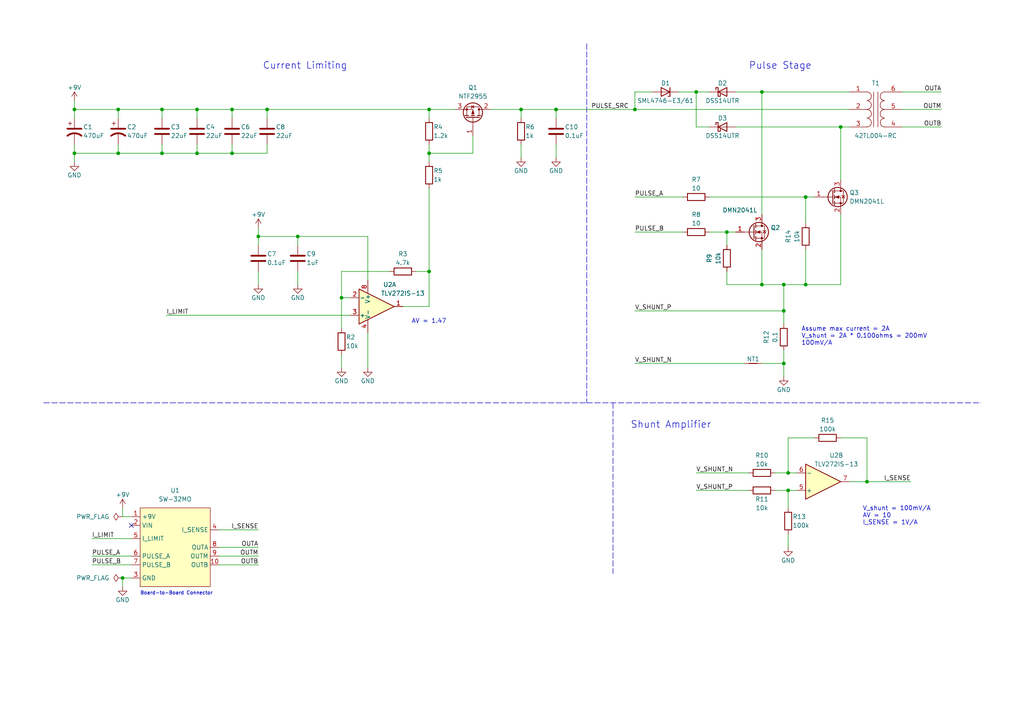
<source format=kicad_sch>
(kicad_sch (version 20211123) (generator eeschema)
  (paper "A4")
  (title_block (title "SW-32MO10") (date "2022-02-02") (rev "1") (company "saawsm") (comment 4 "A single channel e-stim module driver board for the SW-3240"))
  (lib_symbols
    (symbol "Amplifier_Operational:LMC6482" (pin_names (offset 0.127))
      (property "Reference" "U" (at 0 5.08 0))
      (property "Value" "LMC6482" (at 0 -5.08 0))
      (symbol "LMC6482_1_1"
        (polyline (pts (xy -5.08 5.08) (xy 5.08 0) (xy -5.08 -5.08) (xy -5.08 5.08)) (stroke (width 0.254)) (fill (type background)))
        (pin output line (at 7.62 0 180) (length 2.54) (name "~") (number "1"))
        (pin input line (at -7.62 -2.54 0) (length 2.54) (name "-") (number "2"))
        (pin input line (at -7.62 2.54 0) (length 2.54) (name "+") (number "3"))
      )
      (symbol "LMC6482_2_1"
        (polyline (pts (xy -5.08 5.08) (xy 5.08 0) (xy -5.08 -5.08) (xy -5.08 5.08)) (stroke (width 0.254)) (fill (type background)))
        (pin input line (at -7.62 2.54 0) (length 2.54) (name "+") (number "5"))
        (pin input line (at -7.62 -2.54 0) (length 2.54) (name "-") (number "6"))
        (pin output line (at 7.62 0 180) (length 2.54) (name "~") (number "7"))
      )
      (symbol "LMC6482_3_1"
        (pin power_in line (at -2.54 -7.62 90) (length 3.81) (name "V-") (number "4"))
        (pin power_in line (at -2.54 7.62 270) (length 3.81) (name "V+") (number "8"))
      )
    )
    (symbol "Device:C" (pin_numbers hide) (pin_names (offset 0.254))
      (property "Reference" "C" (at 0.635 2.54 0))
      (property "Value" "C" (at 0.635 -2.54 0))
      (symbol "C_0_1"
        (polyline (pts (xy -2.032 -0.762) (xy 2.032 -0.762)) (stroke (width 0.508)))
        (polyline (pts (xy -2.032 0.762) (xy 2.032 0.762)) (stroke (width 0.508)))
      )
      (symbol "C_1_1"
        (pin passive line (at 0 3.81 270) (length 2.794) (name "~") (number "1"))
        (pin passive line (at 0 -3.81 90) (length 2.794) (name "~") (number "2"))
      )
    )
    (symbol "Device:C_Polarized_US" (pin_numbers hide) (pin_names (offset 0.254) hide)
      (property "Reference" "C" (at 0.635 2.54 0))
      (property "Value" "C_Polarized_US" (at 0.635 -2.54 0))
      (symbol "C_Polarized_US_0_1"
        (polyline (pts (xy -2.032 0.762) (xy 2.032 0.762)) (stroke (width 0.508)))
        (polyline (pts (xy -1.778 2.286) (xy -0.762 2.286)))
        (polyline (pts (xy -1.27 1.778) (xy -1.27 2.794)))
        (arc (start 2.032 -1.27) (mid 0 -0.5572) (end -2.032 -1.27) (stroke (width 0.508)))
      )
      (symbol "C_Polarized_US_1_1"
        (pin passive line (at 0 3.81 270) (length 2.794) (name "~") (number "1"))
        (pin passive line (at 0 -3.81 90) (length 3.302) (name "~") (number "2"))
      )
    )
    (symbol "Device:D_Schottky" (pin_numbers hide) (pin_names (offset 1.016) hide)
      (property "Reference" "D" (at 0 2.54 0))
      (property "Value" "D_Schottky" (at 0 -2.54 0))
      (symbol "D_Schottky_0_1"
        (polyline (pts (xy 1.27 0) (xy -1.27 0)))
        (polyline (pts (xy 1.27 1.27) (xy 1.27 -1.27) (xy -1.27 0) (xy 1.27 1.27)) (stroke (width 0.254)))
        (polyline (pts (xy -1.905 0.635) (xy -1.905 1.27) (xy -1.27 1.27) (xy -1.27 -1.27) (xy -0.635 -1.27) (xy -0.635 -0.635)) (stroke (width 0.254)))
      )
      (symbol "D_Schottky_1_1"
        (pin passive line (at -3.81 0 0) (length 2.54) (name "K") (number "1"))
        (pin passive line (at 3.81 0 180) (length 2.54) (name "A") (number "2"))
      )
    )
    (symbol "Device:D_Zener" (pin_numbers hide) (pin_names (offset 1.016) hide)
      (property "Reference" "D" (at 0 2.54 0))
      (property "Value" "D_Zener" (at 0 -2.54 0))
      (symbol "D_Zener_0_1"
        (polyline (pts (xy 1.27 0) (xy -1.27 0)))
        (polyline (pts (xy -1.27 -1.27) (xy -1.27 1.27) (xy -0.762 1.27)) (stroke (width 0.254)))
        (polyline (pts (xy 1.27 -1.27) (xy 1.27 1.27) (xy -1.27 0) (xy 1.27 -1.27)) (stroke (width 0.254)))
      )
      (symbol "D_Zener_1_1"
        (pin passive line (at -3.81 0 0) (length 2.54) (name "K") (number "1"))
        (pin passive line (at 3.81 0 180) (length 2.54) (name "A") (number "2"))
      )
    )
    (symbol "Device:NetTie_2" (pin_numbers hide) (pin_names (offset 0) hide)
      (property "Reference" "NT" (at 0 1.27 0))
      (property "Value" "NetTie_2" (at 0 -1.27 0))
      (symbol "NetTie_2_0_1"
        (polyline (pts (xy -1.27 0) (xy 1.27 0)) (stroke (width 0.254)))
      )
      (symbol "NetTie_2_1_1"
        (pin passive line (at -2.54 0 0) (length 2.54) (name "1") (number "1"))
        (pin passive line (at 2.54 0 180) (length 2.54) (name "2") (number "2"))
      )
    )
    (symbol "Device:Q_PMOS_GDS" (pin_names (offset 0) hide)
      (property "Reference" "Q" (at 5.08 1.27 0))
      (property "Value" "Q_PMOS_GDS" (at 5.08 -1.27 0))
      (symbol "Q_PMOS_GDS_0_1"
        (polyline (pts (xy 0.254 0) (xy -2.54 0)))
        (polyline (pts (xy 0.254 1.905) (xy 0.254 -1.905)) (stroke (width 0.254)))
        (polyline (pts (xy 0.762 -1.27) (xy 0.762 -2.286)) (stroke (width 0.254)))
        (polyline (pts (xy 0.762 0.508) (xy 0.762 -0.508)) (stroke (width 0.254)))
        (polyline (pts (xy 0.762 2.286) (xy 0.762 1.27)) (stroke (width 0.254)))
        (polyline (pts (xy 2.54 2.54) (xy 2.54 1.778)))
        (polyline (pts (xy 2.54 -2.54) (xy 2.54 0) (xy 0.762 0)))
        (polyline (pts (xy 0.762 1.778) (xy 3.302 1.778) (xy 3.302 -1.778) (xy 0.762 -1.778)))
        (polyline (pts (xy 2.286 0) (xy 1.27 0.381) (xy 1.27 -0.381) (xy 2.286 0)) (fill (type outline)))
        (polyline (pts (xy 2.794 -0.508) (xy 2.921 -0.381) (xy 3.683 -0.381) (xy 3.81 -0.254)))
        (polyline (pts (xy 3.302 -0.381) (xy 2.921 0.254) (xy 3.683 0.254) (xy 3.302 -0.381)))
        (circle (center 1.651 0) (radius 2.794) (stroke (width 0.254)))
        (circle (center 2.54 -1.778) (radius 0.254) (fill (type outline)))
        (circle (center 2.54 1.778) (radius 0.254) (fill (type outline)))
      )
      (symbol "Q_PMOS_GDS_1_1"
        (pin input line (at -5.08 0 0) (length 2.54) (name "G") (number "1"))
        (pin passive line (at 2.54 5.08 270) (length 2.54) (name "D") (number "2"))
        (pin passive line (at 2.54 -5.08 90) (length 2.54) (name "S") (number "3"))
      )
    )
    (symbol "Device:R" (pin_numbers hide) (pin_names (offset 0))
      (property "Reference" "R" (at 2.032 0 90))
      (property "Value" "R" (at 0 0 90))
      (symbol "R_0_1"
        (rectangle (start -1.016 -2.54) (end 1.016 2.54) (stroke (width 0.254)))
      )
      (symbol "R_1_1"
        (pin passive line (at 0 3.81 270) (length 1.27) (name "~") (number "1"))
        (pin passive line (at 0 -3.81 90) (length 1.27) (name "~") (number "2"))
      )
    )
    (symbol "SaawLib:SW-32MO"
      (property "Reference" "U" (at 0 11.43 0))
      (property "Value" "SW-32MO" (at 0 -13.97 0))
      (symbol "SW-32MO_0_1"
        (rectangle (start -10.16 10.16) (end 10.16 -12.7) (fill (type background)))
      )
      (symbol "SW-32MO_1_1"
        (pin power_in line (at -12.7 7.62 0) (length 2.54) (name "+9V") (number "1"))
        (pin power_out line (at 12.7 -6.35 180) (length 2.54) (name "OUTB") (number "10"))
        (pin power_in line (at -12.7 5.08 0) (length 2.54) (name "VIN") (number "2"))
        (pin power_in line (at -12.7 -10.16 0) (length 2.54) (name "GND") (number "3"))
        (pin bidirectional line (at 12.7 3.81 180) (length 2.54) (name "I_SENSE") (number "4"))
        (pin input line (at -12.7 1.27 0) (length 2.54) (name "I_LIMIT") (number "5"))
        (pin input line (at -12.7 -3.81 0) (length 2.54) (name "PULSE_A") (number "6"))
        (pin input line (at -12.7 -6.35 0) (length 2.54) (name "PULSE_B") (number "7"))
        (pin power_out line (at 12.7 -1.27 180) (length 2.54) (name "OUTA") (number "8"))
        (pin power_out line (at 12.7 -3.81 180) (length 2.54) (name "OUTM") (number "9"))
      )
    )
    (symbol "SaawLib:Transformer_SP_SS" (pin_names hide)
      (property "Reference" "T" (at 0 10.16 0))
      (property "Value" "Transformer_SP_SS" (at 0 7.62 0))
      (symbol "Transformer_SP_SS_0_1"
        (arc (start -2.54 -5.0546) (mid -1.6561 -4.6863) (end -1.27 -3.81))
        (arc (start -2.54 -2.5146) (mid -1.6561 -2.1463) (end -1.27 -1.27))
        (arc (start -2.54 0.0254) (mid -1.6561 0.3937) (end -1.27 1.27))
        (arc (start -2.54 2.5654) (mid -1.6561 2.9337) (end -1.27 3.81))
        (arc (start -1.27 -3.81) (mid -1.642 -2.912) (end -2.54 -2.54))
        (arc (start -1.27 -1.27) (mid -1.642 -0.372) (end -2.54 0))
        (arc (start -1.27 1.27) (mid -1.642 2.168) (end -2.54 2.54))
        (arc (start -1.27 3.81) (mid -1.642 4.708) (end -2.54 5.08))
        (polyline (pts (xy -0.635 5.08) (xy -0.635 -5.08)))
        (polyline (pts (xy 0.635 -5.08) (xy 0.635 5.08)))
        (arc (start 1.2954 -1.27) (mid 1.6599 -2.1501) (end 2.54 -2.5146))
        (arc (start 1.2954 1.27) (mid 1.6599 0.3899) (end 2.54 0.0254))
        (arc (start 1.2954 3.81) (mid 1.6599 2.9299) (end 2.54 2.5654))
        (arc (start 1.3208 -3.81) (mid 1.6853 -4.6901) (end 2.5654 -5.0546))
        (arc (start 2.54 0) (mid 1.6456 -0.3683) (end 1.2954 -1.27))
        (arc (start 2.54 2.54) (mid 1.6456 2.1717) (end 1.2954 1.27))
        (arc (start 2.54 5.08) (mid 1.6456 4.7117) (end 1.2954 3.81))
        (arc (start 2.5654 -2.54) (mid 1.671 -2.9083) (end 1.3208 -3.81))
      )
      (symbol "Transformer_SP_SS_1_1"
        (pin passive line (at -7.62 5.08 0) (length 5.08) (name "PR1") (number "1"))
        (pin passive line (at -7.62 0 0) (length 5.08) (name "PM") (number "2"))
        (pin passive line (at -7.62 -5.08 0) (length 5.08) (name "PR2") (number "3"))
        (pin passive line (at 7.62 -5.08 180) (length 5.08) (name "S1") (number "4"))
        (pin passive line (at 7.62 0 180) (length 5.08) (name "SM") (number "5"))
        (pin passive line (at 7.62 5.08 180) (length 5.08) (name "S2") (number "6"))
      )
    )
    (symbol "Transistor_FET:DMN2041L" (pin_names hide)
      (property "Reference" "Q" (at 5.08 1.905 0))
      (property "Value" "DMN2041L" (at 5.08 0 0))
      (symbol "DMN2041L_0_1"
        (polyline (pts (xy 0.254 0) (xy -2.54 0)))
        (polyline (pts (xy 0.254 1.905) (xy 0.254 -1.905)) (stroke (width 0.254)))
        (polyline (pts (xy 0.762 -1.27) (xy 0.762 -2.286)) (stroke (width 0.254)))
        (polyline (pts (xy 0.762 0.508) (xy 0.762 -0.508)) (stroke (width 0.254)))
        (polyline (pts (xy 0.762 2.286) (xy 0.762 1.27)) (stroke (width 0.254)))
        (polyline (pts (xy 2.54 2.54) (xy 2.54 1.778)))
        (polyline (pts (xy 2.54 -2.54) (xy 2.54 0) (xy 0.762 0)))
        (polyline (pts (xy 0.762 -1.778) (xy 3.302 -1.778) (xy 3.302 1.778) (xy 0.762 1.778)))
        (polyline (pts (xy 1.016 0) (xy 2.032 0.381) (xy 2.032 -0.381) (xy 1.016 0)) (fill (type outline)))
        (polyline (pts (xy 2.794 0.508) (xy 2.921 0.381) (xy 3.683 0.381) (xy 3.81 0.254)))
        (polyline (pts (xy 3.302 0.381) (xy 2.921 -0.254) (xy 3.683 -0.254) (xy 3.302 0.381)))
        (circle (center 1.651 0) (radius 2.794) (stroke (width 0.254)))
        (circle (center 2.54 -1.778) (radius 0.254) (fill (type outline)))
        (circle (center 2.54 1.778) (radius 0.254) (fill (type outline)))
      )
      (symbol "DMN2041L_1_1"
        (pin input line (at -5.08 0 0) (length 2.54) (name "G") (number "1"))
        (pin passive line (at 2.54 -5.08 90) (length 2.54) (name "S") (number "2"))
        (pin passive line (at 2.54 5.08 270) (length 2.54) (name "D") (number "3"))
      )
    )
    (symbol "power:+9V" (power) (pin_names (offset 0))
      (property "Value" "+9V" (at 0 3.556 0))
      (symbol "+9V_0_1"
        (polyline (pts (xy -0.762 1.27) (xy 0 2.54)))
        (polyline (pts (xy 0 0) (xy 0 2.54)))
        (polyline (pts (xy 0 2.54) (xy 0.762 1.27)))
      )
      (symbol "+9V_1_1"
        (pin power_in line (at 0 0 90) (length 0) hide (name "+9V") (number "1"))
      )
    )
    (symbol "power:GND" (power) (pin_names (offset 0))
      (property "Value" "GND" (at 0 -3.81 0))
      (symbol "GND_0_1"
        (polyline (pts (xy 0 0) (xy 0 -1.27) (xy 1.27 -1.27) (xy 0 -2.54) (xy -1.27 -1.27) (xy 0 -1.27)))
      )
      (symbol "GND_1_1"
        (pin power_in line (at 0 0 270) (length 0) hide (name "GND") (number "1"))
      )
    )
    (symbol "power:PWR_FLAG" (power) (pin_numbers hide) (pin_names (offset 0) hide)
      (property "Value" "PWR_FLAG" (at 0 3.81 0))
      (symbol "PWR_FLAG_0_0"
        (pin power_out line (at 0 0 90) (length 0) (name "pwr") (number "1"))
      )
      (symbol "PWR_FLAG_0_1"
        (polyline (pts (xy 0 0) (xy 0 1.27) (xy -1.016 1.905) (xy 0 2.54) (xy 1.016 1.905) (xy 0 1.27)))
      )
    )
  )
  (junction (at 86.36 68.58))
  (junction (at 46.99 44.45))
  (junction (at 227.33 105.41))
  (junction (at 124.46 44.45))
  (junction (at 46.99 31.75))
  (junction (at 77.47 31.75))
  (junction (at 228.6 137.16))
  (junction (at 57.15 31.75))
  (junction (at 251.46 139.7))
  (junction (at 184.15 31.75))
  (junction (at 124.46 78.74))
  (junction (at 21.59 44.45))
  (junction (at 243.84 36.83))
  (junction (at 124.46 31.75))
  (junction (at 21.59 31.75))
  (junction (at 67.31 44.45))
  (junction (at 220.98 82.55))
  (junction (at 233.68 57.15))
  (junction (at 57.15 44.45))
  (junction (at 201.93 26.67))
  (junction (at 34.29 31.75))
  (junction (at 67.31 31.75))
  (junction (at 161.29 31.75))
  (junction (at 151.13 31.75))
  (junction (at 227.33 82.55))
  (junction (at 228.6 142.24))
  (junction (at 227.33 90.17))
  (junction (at 35.56 167.64))
  (junction (at 210.82 67.31))
  (junction (at 220.98 26.67))
  (junction (at 74.93 68.58))
  (junction (at 233.68 82.55))
  (junction (at 99.06 86.36))
  (junction (at 34.29 44.45))
  (no_connect (at 38.1 152.4))
  (wire (pts (xy 67.31 31.75) (xy 67.31 34.29)))
  (wire (pts (xy 86.36 68.58) (xy 106.68 68.58)))
  (wire (pts (xy 34.29 44.45) (xy 46.99 44.45)))
  (wire (pts (xy 273.05 36.83) (xy 261.62 36.83)))
  (wire (pts (xy 227.33 101.6) (xy 227.33 105.41)))
  (wire (pts (xy 38.1 149.86) (xy 35.56 149.86)))
  (wire (pts (xy 74.93 78.74) (xy 74.93 82.55)))
  (wire (pts (xy 246.38 139.7) (xy 251.46 139.7)))
  (wire (pts (xy 86.36 71.12) (xy 86.36 68.58)))
  (wire (pts (xy 67.31 41.91) (xy 67.31 44.45)))
  (wire (pts (xy 74.93 163.83) (xy 63.5 163.83)))
  (wire (pts (xy 34.29 31.75) (xy 34.29 34.29)))
  (wire (pts (xy 57.15 31.75) (xy 67.31 31.75)))
  (wire (pts (xy 233.68 57.15) (xy 233.68 64.77)))
  (wire (pts (xy 220.98 26.67) (xy 246.38 26.67)))
  (wire (pts (xy 210.82 67.31) (xy 213.36 67.31)))
  (wire (pts (xy 74.93 68.58) (xy 74.93 71.12)))
  (wire (pts (xy 189.23 26.67) (xy 184.15 26.67)))
  (wire (pts (xy 228.6 137.16) (xy 231.14 137.16)))
  (wire (pts (xy 74.93 158.75) (xy 63.5 158.75)))
  (wire (pts (xy 184.15 26.67) (xy 184.15 31.75)))
  (wire (pts (xy 21.59 31.75) (xy 34.29 31.75)))
  (wire (pts (xy 124.46 54.61) (xy 124.46 78.74)))
  (wire (pts (xy 224.79 142.24) (xy 228.6 142.24)))
  (wire (pts (xy 21.59 29.21) (xy 21.59 31.75)))
  (wire (pts (xy 124.46 78.74) (xy 124.46 88.9)))
  (wire (pts (xy 161.29 41.91) (xy 161.29 45.72)))
  (wire (pts (xy 77.47 41.91) (xy 77.47 44.45)))
  (wire (pts (xy 243.84 62.23) (xy 243.84 82.55)))
  (wire (pts (xy 34.29 41.91) (xy 34.29 44.45)))
  (wire (pts (xy 151.13 31.75) (xy 161.29 31.75)))
  (wire (pts (xy 227.33 82.55) (xy 233.68 82.55)))
  (wire (pts (xy 21.59 44.45) (xy 21.59 46.99)))
  (wire (pts (xy 201.93 26.67) (xy 205.74 26.67)))
  (wire (pts (xy 35.56 170.18) (xy 35.56 167.64)))
  (wire (pts (xy 273.05 26.67) (xy 261.62 26.67)))
  (wire (pts (xy 227.33 105.41) (xy 227.33 109.22)))
  (wire (pts (xy 228.6 142.24) (xy 231.14 142.24)))
  (wire (pts (xy 21.59 31.75) (xy 21.59 34.29)))
  (wire (pts (xy 120.65 78.74) (xy 124.46 78.74)))
  (wire (pts (xy 116.84 88.9) (xy 124.46 88.9)))
  (wire (pts (xy 213.36 36.83) (xy 243.84 36.83)))
  (wire (pts (xy 228.6 127) (xy 228.6 137.16)))
  (wire (pts (xy 106.68 96.52) (xy 106.68 106.68)))
  (wire (pts (xy 26.67 156.21) (xy 38.1 156.21)))
  (wire (pts (xy 273.05 31.75) (xy 261.62 31.75)))
  (wire (pts (xy 26.67 161.29) (xy 38.1 161.29)))
  (wire (pts (xy 74.93 66.04) (xy 74.93 68.58)))
  (wire (pts (xy 184.15 90.17) (xy 227.33 90.17)))
  (polyline (pts (xy 170.18 12.7) (xy 170.18 116.84)))
  (wire (pts (xy 233.68 72.39) (xy 233.68 82.55)))
  (wire (pts (xy 220.98 26.67) (xy 220.98 62.23)))
  (wire (pts (xy 48.26 91.44) (xy 101.6 91.44)))
  (wire (pts (xy 228.6 154.94) (xy 228.6 158.75)))
  (wire (pts (xy 227.33 90.17) (xy 227.33 93.98)))
  (wire (pts (xy 251.46 139.7) (xy 264.16 139.7)))
  (wire (pts (xy 35.56 167.64) (xy 38.1 167.64)))
  (wire (pts (xy 243.84 36.83) (xy 243.84 52.07)))
  (wire (pts (xy 233.68 82.55) (xy 243.84 82.55)))
  (wire (pts (xy 201.93 142.24) (xy 217.17 142.24)))
  (wire (pts (xy 151.13 31.75) (xy 151.13 34.29)))
  (wire (pts (xy 184.15 57.15) (xy 198.12 57.15)))
  (wire (pts (xy 124.46 44.45) (xy 124.46 46.99)))
  (wire (pts (xy 99.06 102.87) (xy 99.06 106.68)))
  (wire (pts (xy 124.46 31.75) (xy 132.08 31.75)))
  (wire (pts (xy 124.46 41.91) (xy 124.46 44.45)))
  (wire (pts (xy 99.06 78.74) (xy 99.06 86.36)))
  (wire (pts (xy 224.79 137.16) (xy 228.6 137.16)))
  (wire (pts (xy 86.36 78.74) (xy 86.36 82.55)))
  (wire (pts (xy 201.93 137.16) (xy 217.17 137.16)))
  (wire (pts (xy 201.93 36.83) (xy 205.74 36.83)))
  (wire (pts (xy 196.85 26.67) (xy 201.93 26.67)))
  (wire (pts (xy 46.99 31.75) (xy 46.99 34.29)))
  (wire (pts (xy 243.84 36.83) (xy 246.38 36.83)))
  (wire (pts (xy 184.15 31.75) (xy 246.38 31.75)))
  (wire (pts (xy 77.47 31.75) (xy 124.46 31.75)))
  (wire (pts (xy 210.82 67.31) (xy 210.82 71.12)))
  (wire (pts (xy 35.56 147.32) (xy 35.56 149.86)))
  (wire (pts (xy 210.82 82.55) (xy 210.82 78.74)))
  (wire (pts (xy 34.29 31.75) (xy 46.99 31.75)))
  (polyline (pts (xy 177.8 116.84) (xy 177.8 166.37)))
  (wire (pts (xy 99.06 86.36) (xy 101.6 86.36)))
  (wire (pts (xy 228.6 142.24) (xy 228.6 147.32)))
  (wire (pts (xy 220.98 105.41) (xy 227.33 105.41)))
  (wire (pts (xy 205.74 67.31) (xy 210.82 67.31)))
  (wire (pts (xy 21.59 44.45) (xy 34.29 44.45)))
  (polyline (pts (xy 170.18 116.84) (xy 284.48 116.84)))
  (wire (pts (xy 161.29 31.75) (xy 161.29 34.29)))
  (wire (pts (xy 113.03 78.74) (xy 99.06 78.74)))
  (wire (pts (xy 220.98 72.39) (xy 220.98 82.55)))
  (wire (pts (xy 57.15 41.91) (xy 57.15 44.45)))
  (wire (pts (xy 57.15 31.75) (xy 57.15 34.29)))
  (wire (pts (xy 57.15 44.45) (xy 67.31 44.45)))
  (wire (pts (xy 243.84 127) (xy 251.46 127)))
  (wire (pts (xy 142.24 31.75) (xy 151.13 31.75)))
  (wire (pts (xy 233.68 57.15) (xy 236.22 57.15)))
  (wire (pts (xy 77.47 31.75) (xy 77.47 34.29)))
  (wire (pts (xy 213.36 26.67) (xy 220.98 26.67)))
  (wire (pts (xy 74.93 161.29) (xy 63.5 161.29)))
  (wire (pts (xy 46.99 31.75) (xy 57.15 31.75)))
  (wire (pts (xy 161.29 31.75) (xy 184.15 31.75)))
  (wire (pts (xy 67.31 31.75) (xy 77.47 31.75)))
  (wire (pts (xy 46.99 41.91) (xy 46.99 44.45)))
  (wire (pts (xy 67.31 44.45) (xy 77.47 44.45)))
  (wire (pts (xy 184.15 67.31) (xy 198.12 67.31)))
  (wire (pts (xy 205.74 57.15) (xy 233.68 57.15)))
  (wire (pts (xy 220.98 82.55) (xy 210.82 82.55)))
  (wire (pts (xy 46.99 44.45) (xy 57.15 44.45)))
  (wire (pts (xy 63.5 153.67) (xy 74.93 153.67)))
  (wire (pts (xy 236.22 127) (xy 228.6 127)))
  (polyline (pts (xy 12.7 116.84) (xy 170.18 116.84)))
  (wire (pts (xy 124.46 31.75) (xy 124.46 34.29)))
  (wire (pts (xy 74.93 68.58) (xy 86.36 68.58)))
  (wire (pts (xy 137.16 44.45) (xy 124.46 44.45)))
  (wire (pts (xy 227.33 82.55) (xy 227.33 90.17)))
  (wire (pts (xy 99.06 86.36) (xy 99.06 95.25)))
  (wire (pts (xy 106.68 68.58) (xy 106.68 81.28)))
  (wire (pts (xy 201.93 36.83) (xy 201.93 26.67)))
  (wire (pts (xy 251.46 127) (xy 251.46 139.7)))
  (wire (pts (xy 220.98 82.55) (xy 227.33 82.55)))
  (wire (pts (xy 184.15 105.41) (xy 215.9 105.41)))
  (wire (pts (xy 151.13 41.91) (xy 151.13 45.72)))
  (wire (pts (xy 21.59 41.91) (xy 21.59 44.45)))
  (wire (pts (xy 26.67 163.83) (xy 38.1 163.83)))
  (wire (pts (xy 137.16 39.37) (xy 137.16 44.45)))
  (text "Assume max current = 2A\nV_shunt = 2A * 0.100ohms = 200mV\n100mV/A" (at 232.41 100.33 0) (effects (font (size 1.27 1.27)) (justify left bottom)))
  (text "V_shunt = 100mV/A\nAV = 10\nI_SENSE = 1V/A" (at 250.19 152.4 0) (effects (font (size 1.27 1.27)) (justify left bottom)))
  (text "AV = 1.47\n" (at 119.38 93.98 0) (effects (font (size 1.27 1.27)) (justify left bottom)))
  (text "Shunt Amplifier" (at 182.88 124.46 0) (effects (font (size 2 2)) (justify left bottom)))
  (text "Pulse Stage" (at 217.17 20.32 0) (effects (font (size 2 2)) (justify left bottom)))
  (text "Current Limiting" (at 76.2 20.32 0) (effects (font (size 2 2)) (justify left bottom)))
  (text "Board-to-Board Connector" (at 40.64 172.72 0) (effects (font (size 1 1)) (justify left bottom)))
  (label "OUTA" (at 74.93 158.75 180))
  (label "I_LIMIT" (at 26.67 156.21 0))
  (label "OUTA" (at 273.05 26.67 180))
  (label "PULSE_A" (at 184.15 57.15 0))
  (label "V_SHUNT_P" (at 184.15 90.17 0))
  (label "OUTM" (at 273.05 31.75 180))
  (label "V_SHUNT_N" (at 184.15 105.41 0))
  (label "OUTB" (at 74.93 163.83 180))
  (label "PULSE_B" (at 26.67 163.83 0))
  (label "I_SENSE" (at 264.16 139.7 180))
  (label "PULSE_B" (at 184.15 67.31 0))
  (label "I_SENSE" (at 74.93 153.67 180))
  (label "OUTB" (at 273.05 36.83 180))
  (label "PULSE_A" (at 26.67 161.29 0))
  (label "V_SHUNT_N" (at 201.93 137.16 0))
  (label "OUTM" (at 74.93 161.29 180))
  (label "I_LIMIT" (at 48.26 91.44 0))
  (label "PULSE_SRC" (at 171.45 31.75 0))
  (label "V_SHUNT_P" (at 201.93 142.24 0))
  (symbol (lib_id "Device:NetTie_2") (at 218.44 105.41 0) (unit 1) (in_bom no)
    (property "Reference" "NT1" (at 218.44 104.14 0))
    (property "Value" "NetTie_2" (effects hide))
    (property "Footprint" "NetTie:NetTie-2_SMD_Pad0.5mm" (effects hide))
  )
  (symbol (lib_id "Device:R") (at 99.06 99.06 0) (unit 1)
    (property "Reference" "R2" (at 100.33 97.79 0) (effects (justify left)))
    (property "Value" "10k" (at 100.33 100.33 0) (effects (justify left)))
    (property "Footprint" "Resistor_SMD:R_0603_1608Metric" (effects hide))
    (property "MPN" "RC0603FR-0710KL" (effects hide))
  )
  (symbol (lib_id "Device:Q_PMOS_GDS") (at 137.16 34.29 270) (mirror x) (unit 1)
    (property "Reference" "Q1" (at 137.16 25.4 90))
    (property "Value" "NTF2955" (at 137.16 27.94 90))
    (property "Footprint" "Package_TO_SOT_SMD:SOT-223-3_TabPin2" (effects hide))
    (property "Datasheet" "https://au.mouser.com/datasheet/2/308/1/NTF2955_D-2318911.pdf" (effects hide))
    (property "MPN" "NTF2955T1G" (effects hide))
  )
  (symbol (lib_id "SaawLib:Transformer_SP_SS") (at 254 31.75 0) (unit 1)
    (property "Reference" "T1" (at 254 24.13 0))
    (property "Value" "42TL004-RC" (at 254 39.37 0))
    (property "Footprint" "SaawLib:42TL" (effects hide))
    (property "Datasheet" "https://au.mouser.com/datasheet/2/449/Yuetone_XC-600127-1212403.pdf" (effects hide))
    (property "MPN" "42TL004-RC" (effects hide))
  )
  (symbol (lib_id "Device:R") (at 227.33 97.79 0) (unit 1)
    (property "Reference" "R12" (at 222.25 97.79 90))
    (property "Value" "0.1" (at 224.79 97.79 90))
    (property "Footprint" "Resistor_SMD:R_1206_3216Metric" (effects hide))
    (property "MPN" "SCRR1206S1-R100F" (effects hide))
  )
  (symbol (lib_id "Device:C") (at 77.47 38.1 0) (unit 1)
    (property "Reference" "C8" (at 80.01 36.83 0) (effects (justify left)))
    (property "Value" "22uF" (at 80.01 39.37 0) (effects (justify left)))
    (property "Footprint" "Capacitor_SMD:C_1210_3225Metric" (effects hide))
    (property "MPN" "12103D226MAT2A " (effects hide))
  )
  (symbol (lib_id "Device:D_Schottky") (at 209.55 26.67 0) (unit 1)
    (property "Reference" "D2" (at 209.55 24.13 0))
    (property "Value" "DSS14UTR" (at 209.55 29.21 0))
    (property "Footprint" "Diode_SMD:D_SOD-123F" (effects hide))
    (property "MPN" "DSS14UTR" (effects hide))
  )
  (symbol (lib_id "Transistor_FET:DMN2041L") (at 241.3 57.15 0) (unit 1)
    (property "Reference" "Q3" (at 246.38 55.88 0) (effects (justify left)))
    (property "Value" "DMN2041L" (at 246.38 58.42 0) (effects (justify left)))
    (property "Footprint" "Package_TO_SOT_SMD:SOT-23" (effects hide))
    (property "Datasheet" "https://www.diodes.com/assets/Datasheets/products_inactive_data/DMN2041L.pdf" (effects hide))
    (property "MPN" "DMN2041L-7" (effects hide))
  )
  (symbol (lib_id "Device:C") (at 74.93 74.93 0) (unit 1)
    (property "Reference" "C7" (at 77.47 73.66 0) (effects (justify left)))
    (property "Value" "0.1uF" (at 77.47 76.2 0) (effects (justify left)))
    (property "Footprint" "Capacitor_SMD:C_0603_1608Metric" (effects hide))
    (property "MPN" "CL10B104KB8NNWC" (effects hide))
  )
  (symbol (lib_id "Device:R") (at 220.98 137.16 90) (unit 1)
    (property "Reference" "R10" (at 220.98 132.08 90))
    (property "Value" "10k" (at 220.98 134.62 90))
    (property "Footprint" "Resistor_SMD:R_0603_1608Metric" (effects hide))
    (property "MPN" "RC0603FR-0710KL" (effects hide))
  )
  (symbol (lib_id "Device:C") (at 46.99 38.1 0) (unit 1)
    (property "Reference" "C3" (at 49.53 36.83 0) (effects (justify left)))
    (property "Value" "22uF" (at 49.53 39.37 0) (effects (justify left)))
    (property "Footprint" "Capacitor_SMD:C_1210_3225Metric" (effects hide))
    (property "MPN" "12103D226MAT2A " (effects hide))
  )
  (symbol (lib_id "Device:R") (at 151.13 38.1 180) (unit 1)
    (property "Reference" "R6" (at 152.4 36.83 0) (effects (justify right)))
    (property "Value" "1k" (at 152.4 39.37 0) (effects (justify right)))
    (property "Footprint" "Resistor_SMD:R_0603_1608Metric" (effects hide))
    (property "MPN" "AC0603FR-101KL" (effects hide))
  )
  (symbol (lib_id "Transistor_FET:DMN2041L") (at 218.44 67.31 0) (unit 1)
    (property "Reference" "Q2" (at 223.52 66.04 0) (effects (justify left)))
    (property "Value" "DMN2041L" (at 209.55 60.96 0) (effects (justify left)))
    (property "Footprint" "Package_TO_SOT_SMD:SOT-23" (effects hide))
    (property "Datasheet" "https://www.diodes.com/assets/Datasheets/products_inactive_data/DMN2041L.pdf" (effects hide))
    (property "MPN" "DMN2041L-7" (effects hide))
  )
  (symbol (lib_id "power:PWR_FLAG") (at 35.56 167.64 90) (unit 1)
    (property "Reference" "#FLG02" (effects hide))
    (property "Value" "PWR_FLAG" (at 31.75 167.6399 90) (effects (justify left)))
  )
  (symbol (lib_id "power:GND") (at 99.06 106.68 0) (unit 1)
    (property "Reference" "#PWR09" (effects hide))
    (property "Value" "GND" (at 99.06 110.49 0))
  )
  (symbol (lib_id "Device:C_Polarized_US") (at 34.29 38.1 0) (unit 1)
    (property "Reference" "C2" (at 36.83 36.83 0) (effects (justify left)))
    (property "Value" "470uF" (at 36.83 39.37 0) (effects (justify left)))
    (property "Footprint" "Capacitor_THT:CP_Radial_D8.0mm_P3.50mm" (effects hide))
    (property "MPN" "477CKE016M" (effects hide))
  )
  (symbol (lib_id "Device:R") (at 233.68 68.58 0) (unit 1)
    (property "Reference" "R14" (at 228.6 68.58 90))
    (property "Value" "10k" (at 231.14 68.58 90))
    (property "Footprint" "Resistor_SMD:R_0603_1608Metric" (effects hide))
    (property "MPN" "RC0603FR-0710KL" (effects hide))
  )
  (symbol (lib_id "SaawLib:SW-32MO") (at 50.8 157.48 0) (unit 1)
    (property "Reference" "U1" (at 50.8 142.24 0))
    (property "Value" "SW-32MO" (at 50.8 144.78 0))
    (property "Footprint" "SaawLib:SW-32MO_Header" (effects hide))
  )
  (symbol (lib_id "Device:R") (at 201.93 67.31 270) (unit 1)
    (property "Reference" "R8" (at 201.93 62.23 90))
    (property "Value" "10" (at 201.93 64.77 90))
    (property "Footprint" "Resistor_SMD:R_0603_1608Metric" (effects hide))
    (property "MPN" "RC0603FR-0710RL" (effects hide))
  )
  (symbol (lib_id "Device:R") (at 240.03 127 90) (unit 1)
    (property "Reference" "R15" (at 240.03 121.92 90))
    (property "Value" "100k" (at 240.03 124.46 90))
    (property "Footprint" "Resistor_SMD:R_0603_1608Metric" (effects hide))
    (property "MPN" "RC0603FR-07100KL" (effects hide))
  )
  (symbol (lib_id "power:+9V") (at 74.93 66.04 0) (unit 1)
    (property "Reference" "#PWR06" (effects hide))
    (property "Value" "+9V" (at 74.93 62.23 0))
  )
  (symbol (lib_id "Device:R") (at 201.93 57.15 270) (unit 1)
    (property "Reference" "R7" (at 201.93 52.07 90))
    (property "Value" "10" (at 201.93 54.61 90))
    (property "Footprint" "Resistor_SMD:R_0603_1608Metric" (effects hide))
    (property "MPN" "RC0603FR-0710RL" (effects hide))
  )
  (symbol (lib_id "Device:C") (at 86.36 74.93 0) (unit 1)
    (property "Reference" "C9" (at 88.9 73.66 0) (effects (justify left)))
    (property "Value" "1uF" (at 88.9 76.2 0) (effects (justify left)))
    (property "Footprint" "Capacitor_SMD:C_0603_1608Metric" (effects hide))
    (property "MPN" "CL10B105KA8NFNC" (effects hide))
  )
  (symbol (lib_id "Device:D_Schottky") (at 209.55 36.83 0) (unit 1)
    (property "Reference" "D3" (at 209.55 34.29 0))
    (property "Value" "DSS14UTR" (at 209.55 39.37 0))
    (property "Footprint" "Diode_SMD:D_SOD-123F" (effects hide))
    (property "MPN" "DSS14UTR" (effects hide))
  )
  (symbol (lib_id "Device:R") (at 116.84 78.74 270) (unit 1)
    (property "Reference" "R3" (at 116.84 73.66 90))
    (property "Value" "4.7k" (at 116.84 76.2 90))
    (property "Footprint" "Resistor_SMD:R_0603_1608Metric" (effects hide))
    (property "MPN" "RC0603FR-074K7L" (effects hide))
  )
  (symbol (lib_id "power:PWR_FLAG") (at 35.56 149.86 90) (unit 1)
    (property "Reference" "#FLG01" (effects hide))
    (property "Value" "PWR_FLAG" (at 31.75 149.8599 90) (effects (justify left)))
  )
  (symbol (lib_id "Device:C") (at 57.15 38.1 0) (unit 1)
    (property "Reference" "C4" (at 59.69 36.83 0) (effects (justify left)))
    (property "Value" "22uF" (at 59.69 39.37 0) (effects (justify left)))
    (property "Footprint" "Capacitor_SMD:C_1210_3225Metric" (effects hide))
    (property "MPN" "12103D226MAT2A " (effects hide))
  )
  (symbol (lib_id "power:GND") (at 74.93 82.55 0) (unit 1)
    (property "Reference" "#PWR07" (effects hide))
    (property "Value" "GND" (at 74.93 86.36 0))
  )
  (symbol (lib_id "Device:D_Zener") (at 193.04 26.67 180) (unit 1)
    (property "Reference" "D1" (at 193.04 24.13 0))
    (property "Value" "SML4746-E3/61" (at 193.04 29.21 0))
    (property "Footprint" "Diode_SMD:D_SMA" (effects hide))
    (property "MPN" "SML4746-E3/61" (effects hide))
  )
  (symbol (lib_id "power:GND") (at 161.29 45.72 0) (unit 1)
    (property "Reference" "#PWR012" (effects hide))
    (property "Value" "GND" (at 161.29 49.53 0))
  )
  (symbol (lib_id "Device:C") (at 161.29 38.1 0) (unit 1)
    (property "Reference" "C10" (at 163.83 36.83 0) (effects (justify left)))
    (property "Value" "0.1uF" (at 163.83 39.37 0) (effects (justify left)))
    (property "Footprint" "Capacitor_SMD:C_0603_1608Metric" (effects hide))
    (property "MPN" "CL10B104KB8NNWC" (effects hide))
  )
  (symbol (lib_id "Amplifier_Operational:LMC6482") (at 109.22 88.9 0) (unit 3)
    (property "Reference" "U2" (effects hide))
    (property "Value" "TLV272IS-13" (effects hide))
    (property "Footprint" "Package_SO:SOIC-8_3.9x4.9mm_P1.27mm" (effects hide))
    (property "Datasheet" "http://www.ti.com/lit/ds/symlink/lmc6482.pdf" (effects hide))
    (property "MPN" "TLV272IS-13" (effects hide))
  )
  (symbol (lib_id "Device:C") (at 67.31 38.1 0) (unit 1)
    (property "Reference" "C6" (at 69.85 36.83 0) (effects (justify left)))
    (property "Value" "22uF" (at 69.85 39.37 0) (effects (justify left)))
    (property "Footprint" "Capacitor_SMD:C_1210_3225Metric" (effects hide))
    (property "MPN" "12103D226MAT2A " (effects hide))
  )
  (symbol (lib_id "power:+9V") (at 35.56 147.32 0) (unit 1)
    (property "Reference" "#PWR03" (effects hide))
    (property "Value" "+9V" (at 35.56 143.51 0))
  )
  (symbol (lib_id "Device:R") (at 228.6 151.13 0) (unit 1)
    (property "Reference" "R13" (at 229.87 149.86 0) (effects (justify left)))
    (property "Value" "100k" (at 229.87 152.4 0) (effects (justify left)))
    (property "Footprint" "Resistor_SMD:R_0603_1608Metric" (effects hide))
    (property "MPN" "RC0603FR-07100KL" (effects hide))
  )
  (symbol (lib_id "power:+9V") (at 21.59 29.21 0) (unit 1)
    (property "Reference" "#PWR01" (effects hide))
    (property "Value" "+9V" (at 21.59 25.4 0))
  )
  (symbol (lib_id "power:GND") (at 106.68 106.68 0) (unit 1)
    (property "Reference" "#PWR010" (effects hide))
    (property "Value" "GND" (at 106.68 110.49 0))
  )
  (symbol (lib_id "power:GND") (at 227.33 109.22 0) (unit 1)
    (property "Reference" "#PWR013" (effects hide))
    (property "Value" "GND" (at 227.33 113.03 0))
  )
  (symbol (lib_id "power:GND") (at 21.59 46.99 0) (unit 1)
    (property "Reference" "#PWR02" (effects hide))
    (property "Value" "GND" (at 21.59 50.8 0))
  )
  (symbol (lib_id "power:GND") (at 86.36 82.55 0) (unit 1)
    (property "Reference" "#PWR08" (effects hide))
    (property "Value" "GND" (at 86.36 86.36 0))
  )
  (symbol (lib_id "Device:R") (at 124.46 50.8 180) (unit 1)
    (property "Reference" "R5" (at 125.73 49.53 0) (effects (justify right)))
    (property "Value" "1k" (at 125.73 52.07 0) (effects (justify right)))
    (property "Footprint" "Resistor_SMD:R_0603_1608Metric" (effects hide))
    (property "MPN" "AC0603FR-101KL" (effects hide))
  )
  (symbol (lib_id "power:GND") (at 35.56 170.18 0) (unit 1)
    (property "Reference" "#PWR04" (effects hide))
    (property "Value" "GND" (at 35.56 173.99 0))
  )
  (symbol (lib_id "Amplifier_Operational:LMC6482") (at 238.76 139.7 0) (mirror x) (unit 2)
    (property "Reference" "U2" (at 242.57 132.08 0))
    (property "Value" "TLV272IS-13" (at 242.57 134.62 0))
    (property "Footprint" "Package_SO:SOIC-8_3.9x4.9mm_P1.27mm" (effects hide))
    (property "Datasheet" "http://www.ti.com/lit/ds/symlink/lmc6482.pdf" (effects hide))
    (property "MPN" "TLV272IS-13" (effects hide))
  )
  (symbol (lib_id "Amplifier_Operational:LMC6482") (at 109.22 88.9 0) (mirror x) (unit 1)
    (property "Reference" "U2" (at 113.03 82.55 0))
    (property "Value" "TLV272IS-13" (at 116.84 85.09 0))
    (property "Footprint" "Package_SO:SOIC-8_3.9x4.9mm_P1.27mm" (effects hide))
    (property "Datasheet" "http://www.ti.com/lit/ds/symlink/lmc6482.pdf" (effects hide))
    (property "MPN" "TLV272IS-13" (effects hide))
  )
  (symbol (lib_id "Device:R") (at 124.46 38.1 180) (unit 1)
    (property "Reference" "R4" (at 125.73 36.83 0) (effects (justify right)))
    (property "Value" "1.2k" (at 125.73 39.37 0) (effects (justify right)))
    (property "Footprint" "Resistor_SMD:R_0603_1608Metric" (effects hide))
    (property "MPN" "RC0603FR-071K2L" (effects hide))
  )
  (symbol (lib_id "Device:R") (at 210.82 74.93 0) (unit 1)
    (property "Reference" "R9" (at 205.74 74.93 90))
    (property "Value" "10k" (at 208.28 74.93 90))
    (property "Footprint" "Resistor_SMD:R_0603_1608Metric" (effects hide))
    (property "MPN" "RC0603FR-0710KL" (effects hide))
  )
  (symbol (lib_id "Device:C_Polarized_US") (at 21.59 38.1 0) (unit 1)
    (property "Reference" "C1" (at 24.13 36.83 0) (effects (justify left)))
    (property "Value" "470uF" (at 24.13 39.37 0) (effects (justify left)))
    (property "Footprint" "Capacitor_THT:CP_Radial_D8.0mm_P3.50mm" (effects hide))
    (property "MPN" "477CKE016M" (effects hide))
  )
  (symbol (lib_id "power:GND") (at 228.6 158.75 0) (unit 1)
    (property "Reference" "#PWR014" (effects hide))
    (property "Value" "GND" (at 228.6 162.56 0))
  )
  (symbol (lib_id "Device:R") (at 220.98 142.24 90) (unit 1)
    (property "Reference" "R11" (at 220.98 144.78 90))
    (property "Value" "10k" (at 220.98 147.32 90))
    (property "Footprint" "Resistor_SMD:R_0603_1608Metric" (effects hide))
    (property "MPN" "RC0603FR-0710KL" (effects hide))
  )
  (symbol (lib_id "power:GND") (at 151.13 45.72 0) (unit 1)
    (property "Reference" "#PWR011" (effects hide))
    (property "Value" "GND" (at 151.13 49.53 0))
  )
)
</source>
